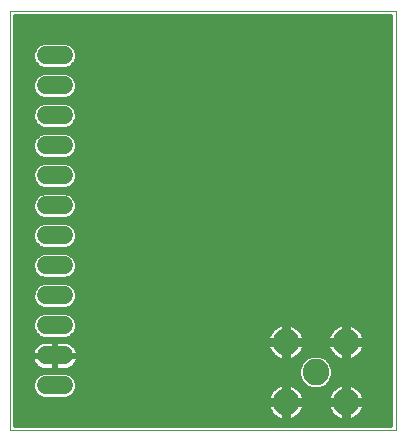
<source format=gbl>
G75*
G70*
%OFA0B0*%
%FSLAX24Y24*%
%IPPOS*%
%LPD*%
%AMOC8*
5,1,8,0,0,1.08239X$1,22.5*
%
%ADD10C,0.0000*%
%ADD11C,0.0886*%
%ADD12C,0.0600*%
%ADD13C,0.0160*%
D10*
X003000Y002008D02*
X003000Y016004D01*
X015870Y016004D01*
X015870Y002008D01*
X003000Y002008D01*
D11*
X012200Y002958D03*
X013200Y003958D03*
X012200Y004958D03*
X014200Y004958D03*
X014200Y002958D03*
D12*
X004800Y003508D02*
X004200Y003508D01*
X004200Y004508D02*
X004800Y004508D01*
X004800Y005508D02*
X004200Y005508D01*
X004200Y006508D02*
X004800Y006508D01*
X004800Y007508D02*
X004200Y007508D01*
X004200Y008508D02*
X004800Y008508D01*
X004800Y009508D02*
X004200Y009508D01*
X004200Y010508D02*
X004800Y010508D01*
X004800Y011508D02*
X004200Y011508D01*
X004200Y012508D02*
X004800Y012508D01*
X004800Y013508D02*
X004200Y013508D01*
X004200Y014508D02*
X004800Y014508D01*
D13*
X005127Y014212D02*
X015690Y014212D01*
X015690Y014054D02*
X003180Y014054D01*
X003180Y014212D02*
X003873Y014212D01*
X003827Y014258D02*
X003951Y014135D01*
X004112Y014068D01*
X004888Y014068D01*
X005049Y014135D01*
X005173Y014258D01*
X005240Y014420D01*
X005240Y014595D01*
X005173Y014757D01*
X005049Y014881D01*
X004888Y014948D01*
X004112Y014948D01*
X003951Y014881D01*
X003827Y014757D01*
X003760Y014595D01*
X003760Y014420D01*
X003827Y014258D01*
X003780Y014371D02*
X003180Y014371D01*
X003180Y014529D02*
X003760Y014529D01*
X003798Y014688D02*
X003180Y014688D01*
X003180Y014846D02*
X003916Y014846D01*
X003180Y015005D02*
X015690Y015005D01*
X015690Y015163D02*
X003180Y015163D01*
X003180Y015322D02*
X015690Y015322D01*
X015690Y015480D02*
X003180Y015480D01*
X003180Y015639D02*
X015690Y015639D01*
X015690Y015797D02*
X003180Y015797D01*
X003180Y015824D02*
X015690Y015824D01*
X015690Y002188D01*
X003180Y002188D01*
X003180Y015824D01*
X003951Y013881D02*
X004112Y013948D01*
X004888Y013948D01*
X005049Y013881D01*
X005173Y013757D01*
X005240Y013595D01*
X005240Y013420D01*
X005173Y013258D01*
X005049Y013135D01*
X004888Y013068D01*
X004112Y013068D01*
X003951Y013135D01*
X003827Y013258D01*
X003760Y013420D01*
X003760Y013595D01*
X003827Y013757D01*
X003951Y013881D01*
X003986Y013895D02*
X003180Y013895D01*
X003180Y013737D02*
X003819Y013737D01*
X003760Y013578D02*
X003180Y013578D01*
X003180Y013420D02*
X003760Y013420D01*
X003826Y013261D02*
X003180Y013261D01*
X003180Y013103D02*
X004028Y013103D01*
X004104Y012944D02*
X003180Y012944D01*
X003180Y012786D02*
X003856Y012786D01*
X003827Y012757D02*
X003760Y012595D01*
X003760Y012420D01*
X003827Y012258D01*
X003951Y012135D01*
X004112Y012068D01*
X004888Y012068D01*
X005049Y012135D01*
X005173Y012258D01*
X005240Y012420D01*
X005240Y012595D01*
X005173Y012757D01*
X005049Y012881D01*
X004888Y012948D01*
X004112Y012948D01*
X003951Y012881D01*
X003827Y012757D01*
X003773Y012627D02*
X003180Y012627D01*
X003180Y012469D02*
X003760Y012469D01*
X003806Y012310D02*
X003180Y012310D01*
X003180Y012152D02*
X003934Y012152D01*
X004112Y011948D02*
X003951Y011881D01*
X003827Y011757D01*
X003760Y011595D01*
X003760Y011420D01*
X003827Y011258D01*
X003951Y011135D01*
X004112Y011068D01*
X004888Y011068D01*
X005049Y011135D01*
X005173Y011258D01*
X005240Y011420D01*
X005240Y011595D01*
X005173Y011757D01*
X005049Y011881D01*
X004888Y011948D01*
X004112Y011948D01*
X003905Y011835D02*
X003180Y011835D01*
X003180Y011993D02*
X015690Y011993D01*
X015690Y011835D02*
X005095Y011835D01*
X005206Y011676D02*
X015690Y011676D01*
X015690Y011518D02*
X005240Y011518D01*
X005215Y011359D02*
X015690Y011359D01*
X015690Y011201D02*
X005115Y011201D01*
X005042Y010884D02*
X015690Y010884D01*
X015690Y011042D02*
X003180Y011042D01*
X003180Y010884D02*
X003958Y010884D01*
X003951Y010881D02*
X003827Y010757D01*
X003760Y010595D01*
X003760Y010420D01*
X003827Y010258D01*
X003951Y010135D01*
X004112Y010068D01*
X004888Y010068D01*
X005049Y010135D01*
X005173Y010258D01*
X005240Y010420D01*
X005240Y010595D01*
X005173Y010757D01*
X005049Y010881D01*
X004888Y010948D01*
X004112Y010948D01*
X003951Y010881D01*
X003814Y010725D02*
X003180Y010725D01*
X003180Y010567D02*
X003760Y010567D01*
X003765Y010408D02*
X003180Y010408D01*
X003180Y010250D02*
X003836Y010250D01*
X004056Y010091D02*
X003180Y010091D01*
X003180Y009933D02*
X004076Y009933D01*
X004112Y009948D02*
X003951Y009881D01*
X003827Y009757D01*
X003760Y009595D01*
X003760Y009420D01*
X003827Y009258D01*
X003951Y009135D01*
X004112Y009068D01*
X004888Y009068D01*
X005049Y009135D01*
X005173Y009258D01*
X005240Y009420D01*
X005240Y009595D01*
X005173Y009757D01*
X005049Y009881D01*
X004888Y009948D01*
X004112Y009948D01*
X003844Y009774D02*
X003180Y009774D01*
X003180Y009616D02*
X003768Y009616D01*
X003760Y009457D02*
X003180Y009457D01*
X003180Y009299D02*
X003810Y009299D01*
X003945Y009140D02*
X003180Y009140D01*
X003180Y008982D02*
X015690Y008982D01*
X015690Y009140D02*
X005055Y009140D01*
X005190Y009299D02*
X015690Y009299D01*
X015690Y009457D02*
X005240Y009457D01*
X005232Y009616D02*
X015690Y009616D01*
X015690Y009774D02*
X005156Y009774D01*
X004924Y009933D02*
X015690Y009933D01*
X015690Y010091D02*
X004944Y010091D01*
X005164Y010250D02*
X015690Y010250D01*
X015690Y010408D02*
X005235Y010408D01*
X005240Y010567D02*
X015690Y010567D01*
X015690Y010725D02*
X005186Y010725D01*
X003885Y011201D02*
X003180Y011201D01*
X003180Y011359D02*
X003785Y011359D01*
X003760Y011518D02*
X003180Y011518D01*
X003180Y011676D02*
X003794Y011676D01*
X004896Y012944D02*
X015690Y012944D01*
X015690Y012786D02*
X005144Y012786D01*
X005227Y012627D02*
X015690Y012627D01*
X015690Y012469D02*
X005240Y012469D01*
X005194Y012310D02*
X015690Y012310D01*
X015690Y012152D02*
X005066Y012152D01*
X004972Y013103D02*
X015690Y013103D01*
X015690Y013261D02*
X005174Y013261D01*
X005240Y013420D02*
X015690Y013420D01*
X015690Y013578D02*
X005240Y013578D01*
X005181Y013737D02*
X015690Y013737D01*
X015690Y013895D02*
X005014Y013895D01*
X005220Y014371D02*
X015690Y014371D01*
X015690Y014529D02*
X005240Y014529D01*
X005202Y014688D02*
X015690Y014688D01*
X015690Y014846D02*
X005084Y014846D01*
X004888Y008948D02*
X004112Y008948D01*
X003951Y008881D01*
X003827Y008757D01*
X003760Y008595D01*
X003760Y008420D01*
X003827Y008258D01*
X003951Y008135D01*
X004112Y008068D01*
X004888Y008068D01*
X005049Y008135D01*
X005173Y008258D01*
X005240Y008420D01*
X005240Y008595D01*
X005173Y008757D01*
X005049Y008881D01*
X004888Y008948D01*
X005107Y008823D02*
X015690Y008823D01*
X015690Y008665D02*
X005211Y008665D01*
X005240Y008506D02*
X015690Y008506D01*
X015690Y008348D02*
X005210Y008348D01*
X005104Y008189D02*
X015690Y008189D01*
X015690Y008031D02*
X003180Y008031D01*
X003180Y008189D02*
X003896Y008189D01*
X003790Y008348D02*
X003180Y008348D01*
X003180Y008506D02*
X003760Y008506D01*
X003789Y008665D02*
X003180Y008665D01*
X003180Y008823D02*
X003893Y008823D01*
X004112Y007948D02*
X003951Y007881D01*
X003827Y007757D01*
X003760Y007595D01*
X003760Y007420D01*
X003827Y007258D01*
X003951Y007135D01*
X004112Y007068D01*
X004888Y007068D01*
X005049Y007135D01*
X005173Y007258D01*
X005240Y007420D01*
X005240Y007595D01*
X005173Y007757D01*
X005049Y007881D01*
X004888Y007948D01*
X004112Y007948D01*
X003942Y007872D02*
X003180Y007872D01*
X003180Y007714D02*
X003809Y007714D01*
X003760Y007555D02*
X003180Y007555D01*
X003180Y007397D02*
X003770Y007397D01*
X003847Y007238D02*
X003180Y007238D01*
X003180Y007080D02*
X004083Y007080D01*
X004112Y006948D02*
X003951Y006881D01*
X003827Y006757D01*
X003760Y006595D01*
X003760Y006420D01*
X003827Y006258D01*
X003951Y006135D01*
X004112Y006068D01*
X004888Y006068D01*
X005049Y006135D01*
X005173Y006258D01*
X005240Y006420D01*
X005240Y006595D01*
X005173Y006757D01*
X005049Y006881D01*
X004888Y006948D01*
X004112Y006948D01*
X004049Y006921D02*
X003180Y006921D01*
X003180Y006763D02*
X003833Y006763D01*
X003764Y006604D02*
X003180Y006604D01*
X003180Y006446D02*
X003760Y006446D01*
X003815Y006287D02*
X003180Y006287D01*
X003180Y006129D02*
X003965Y006129D01*
X004112Y005948D02*
X003951Y005881D01*
X003827Y005757D01*
X003760Y005595D01*
X003760Y005420D01*
X003827Y005258D01*
X003951Y005135D01*
X004112Y005068D01*
X004888Y005068D01*
X005049Y005135D01*
X005173Y005258D01*
X005240Y005420D01*
X005240Y005595D01*
X005173Y005757D01*
X005049Y005881D01*
X004888Y005948D01*
X004112Y005948D01*
X003882Y005812D02*
X003180Y005812D01*
X003180Y005970D02*
X015690Y005970D01*
X015690Y005812D02*
X005118Y005812D01*
X005216Y005653D02*
X015690Y005653D01*
X015690Y005495D02*
X014518Y005495D01*
X014526Y005490D02*
X014439Y005535D01*
X014346Y005565D01*
X014268Y005577D01*
X014268Y005025D01*
X014820Y005025D01*
X014808Y005103D01*
X014777Y005197D01*
X014733Y005284D01*
X014675Y005363D01*
X014606Y005433D01*
X014526Y005490D01*
X014695Y005336D02*
X015690Y005336D01*
X015690Y005178D02*
X014783Y005178D01*
X014820Y004890D02*
X014268Y004890D01*
X014268Y005025D01*
X014132Y005025D01*
X014132Y004890D01*
X013580Y004890D01*
X013592Y004812D01*
X013623Y004718D01*
X013667Y004631D01*
X013725Y004552D01*
X013794Y004482D01*
X013874Y004425D01*
X013961Y004380D01*
X014054Y004350D01*
X014132Y004338D01*
X014132Y004890D01*
X014268Y004890D01*
X014268Y004338D01*
X014346Y004350D01*
X014439Y004380D01*
X014526Y004425D01*
X014606Y004482D01*
X014675Y004552D01*
X014733Y004631D01*
X014777Y004718D01*
X014808Y004812D01*
X014820Y004890D01*
X014815Y004861D02*
X015690Y004861D01*
X015690Y005019D02*
X014268Y005019D01*
X014132Y005019D02*
X012268Y005019D01*
X012268Y005025D02*
X012820Y005025D01*
X012808Y005103D01*
X012777Y005197D01*
X012733Y005284D01*
X012675Y005363D01*
X012606Y005433D01*
X012526Y005490D01*
X012439Y005535D01*
X012346Y005565D01*
X012268Y005577D01*
X012268Y005025D01*
X012268Y004890D01*
X012820Y004890D01*
X012808Y004812D01*
X012777Y004718D01*
X012733Y004631D01*
X012675Y004552D01*
X012606Y004482D01*
X012526Y004425D01*
X012439Y004380D01*
X012346Y004350D01*
X012268Y004338D01*
X012268Y004890D01*
X012132Y004890D01*
X011580Y004890D01*
X011592Y004812D01*
X011623Y004718D01*
X011667Y004631D01*
X011725Y004552D01*
X011794Y004482D01*
X011874Y004425D01*
X011961Y004380D01*
X012054Y004350D01*
X012132Y004338D01*
X012132Y004890D01*
X012132Y005025D01*
X011580Y005025D01*
X011592Y005103D01*
X011623Y005197D01*
X011667Y005284D01*
X011725Y005363D01*
X011794Y005433D01*
X011874Y005490D01*
X011961Y005535D01*
X012054Y005565D01*
X012132Y005577D01*
X012132Y005025D01*
X012268Y005025D01*
X012132Y005019D02*
X003180Y005019D01*
X003180Y004861D02*
X003874Y004861D01*
X003887Y004874D02*
X003834Y004820D01*
X003789Y004759D01*
X003755Y004692D01*
X003732Y004620D01*
X003720Y004545D01*
X003720Y004528D01*
X004480Y004528D01*
X004480Y004988D01*
X004162Y004988D01*
X004088Y004976D01*
X004016Y004952D01*
X003948Y004918D01*
X003887Y004874D01*
X003760Y004702D02*
X003180Y004702D01*
X003180Y004544D02*
X003720Y004544D01*
X003720Y004488D02*
X003720Y004470D01*
X003732Y004395D01*
X003755Y004323D01*
X003789Y004256D01*
X003834Y004195D01*
X003887Y004141D01*
X003948Y004097D01*
X004016Y004063D01*
X004088Y004039D01*
X004162Y004028D01*
X004480Y004028D01*
X004480Y004488D01*
X003720Y004488D01*
X003735Y004385D02*
X003180Y004385D01*
X003180Y004227D02*
X003811Y004227D01*
X004005Y004068D02*
X003180Y004068D01*
X003180Y003910D02*
X004021Y003910D01*
X003951Y003881D02*
X003827Y003757D01*
X003760Y003595D01*
X003760Y003420D01*
X003827Y003258D01*
X003951Y003135D01*
X004112Y003068D01*
X004888Y003068D01*
X005049Y003135D01*
X005173Y003258D01*
X005240Y003420D01*
X005240Y003595D01*
X005173Y003757D01*
X005049Y003881D01*
X004888Y003948D01*
X004112Y003948D01*
X003951Y003881D01*
X003825Y003751D02*
X003180Y003751D01*
X003180Y003593D02*
X003760Y003593D01*
X003760Y003434D02*
X003180Y003434D01*
X003180Y003276D02*
X003820Y003276D01*
X003993Y003117D02*
X003180Y003117D01*
X003180Y002959D02*
X012132Y002959D01*
X012132Y003025D02*
X012132Y002890D01*
X011580Y002890D01*
X011592Y002812D01*
X011623Y002718D01*
X011667Y002631D01*
X011725Y002552D01*
X011794Y002482D01*
X011874Y002425D01*
X011961Y002380D01*
X012054Y002350D01*
X012132Y002338D01*
X012132Y002890D01*
X012268Y002890D01*
X012268Y003025D01*
X012820Y003025D01*
X012808Y003103D01*
X012777Y003197D01*
X012733Y003284D01*
X012675Y003363D01*
X012606Y003433D01*
X012526Y003490D01*
X012439Y003535D01*
X012346Y003565D01*
X012268Y003577D01*
X012268Y003025D01*
X012132Y003025D01*
X011580Y003025D01*
X011592Y003103D01*
X011623Y003197D01*
X011667Y003284D01*
X011725Y003363D01*
X011794Y003433D01*
X011874Y003490D01*
X011961Y003535D01*
X012054Y003565D01*
X012132Y003577D01*
X012132Y003025D01*
X012132Y003117D02*
X012268Y003117D01*
X012268Y002959D02*
X014132Y002959D01*
X014132Y003025D02*
X014132Y002890D01*
X013580Y002890D01*
X013592Y002812D01*
X013623Y002718D01*
X013667Y002631D01*
X013725Y002552D01*
X013794Y002482D01*
X013874Y002425D01*
X013961Y002380D01*
X014054Y002350D01*
X014132Y002338D01*
X014132Y002890D01*
X014268Y002890D01*
X014268Y003025D01*
X014820Y003025D01*
X014808Y003103D01*
X014777Y003197D01*
X014733Y003284D01*
X014675Y003363D01*
X014606Y003433D01*
X014526Y003490D01*
X014439Y003535D01*
X014346Y003565D01*
X014268Y003577D01*
X014268Y003025D01*
X014132Y003025D01*
X013580Y003025D01*
X013592Y003103D01*
X013623Y003197D01*
X013667Y003284D01*
X013725Y003363D01*
X013794Y003433D01*
X013874Y003490D01*
X013961Y003535D01*
X014054Y003565D01*
X014132Y003577D01*
X014132Y003025D01*
X014132Y003117D02*
X014268Y003117D01*
X014268Y002959D02*
X015690Y002959D01*
X015690Y003117D02*
X014803Y003117D01*
X014737Y003276D02*
X015690Y003276D01*
X015690Y003434D02*
X014604Y003434D01*
X014268Y003434D02*
X014132Y003434D01*
X014132Y003276D02*
X014268Y003276D01*
X014268Y002890D02*
X014820Y002890D01*
X014808Y002812D01*
X014777Y002718D01*
X014733Y002631D01*
X014675Y002552D01*
X014606Y002482D01*
X014526Y002425D01*
X014439Y002380D01*
X014346Y002350D01*
X014268Y002338D01*
X014268Y002890D01*
X014268Y002800D02*
X014132Y002800D01*
X014132Y002642D02*
X014268Y002642D01*
X014268Y002483D02*
X014132Y002483D01*
X013794Y002483D02*
X012606Y002483D01*
X012606Y002482D02*
X012675Y002552D01*
X012733Y002631D01*
X012777Y002718D01*
X012808Y002812D01*
X012820Y002890D01*
X012268Y002890D01*
X012268Y002338D01*
X012346Y002350D01*
X012439Y002380D01*
X012526Y002425D01*
X012606Y002482D01*
X012738Y002642D02*
X013662Y002642D01*
X013596Y002800D02*
X012804Y002800D01*
X012803Y003117D02*
X013597Y003117D01*
X013663Y003276D02*
X012737Y003276D01*
X012604Y003434D02*
X012941Y003434D01*
X012870Y003463D02*
X013084Y003375D01*
X013316Y003375D01*
X013530Y003463D01*
X013694Y003627D01*
X013783Y003842D01*
X013783Y004073D01*
X013694Y004288D01*
X013530Y004452D01*
X013316Y004540D01*
X013084Y004540D01*
X012870Y004452D01*
X012706Y004288D01*
X012617Y004073D01*
X012617Y003842D01*
X012706Y003627D01*
X012870Y003463D01*
X012741Y003593D02*
X005240Y003593D01*
X005240Y003434D02*
X011796Y003434D01*
X011663Y003276D02*
X005180Y003276D01*
X005007Y003117D02*
X011597Y003117D01*
X011596Y002800D02*
X003180Y002800D01*
X003180Y002642D02*
X011662Y002642D01*
X011794Y002483D02*
X003180Y002483D01*
X003180Y002325D02*
X015690Y002325D01*
X015690Y002483D02*
X014606Y002483D01*
X014738Y002642D02*
X015690Y002642D01*
X015690Y002800D02*
X014804Y002800D01*
X015690Y003593D02*
X013659Y003593D01*
X013745Y003751D02*
X015690Y003751D01*
X015690Y003910D02*
X013783Y003910D01*
X013783Y004068D02*
X015690Y004068D01*
X015690Y004227D02*
X013720Y004227D01*
X013597Y004385D02*
X013952Y004385D01*
X014132Y004385D02*
X014268Y004385D01*
X014268Y004544D02*
X014132Y004544D01*
X014132Y004702D02*
X014268Y004702D01*
X014268Y004861D02*
X014132Y004861D01*
X014132Y005025D02*
X013580Y005025D01*
X013592Y005103D01*
X013623Y005197D01*
X013667Y005284D01*
X013725Y005363D01*
X013794Y005433D01*
X013874Y005490D01*
X013961Y005535D01*
X014054Y005565D01*
X014132Y005577D01*
X014132Y005025D01*
X014132Y005178D02*
X014268Y005178D01*
X014268Y005336D02*
X014132Y005336D01*
X014132Y005495D02*
X014268Y005495D01*
X013882Y005495D02*
X012518Y005495D01*
X012695Y005336D02*
X013705Y005336D01*
X013617Y005178D02*
X012783Y005178D01*
X012815Y004861D02*
X013585Y004861D01*
X013631Y004702D02*
X012769Y004702D01*
X012667Y004544D02*
X013733Y004544D01*
X014448Y004385D02*
X015690Y004385D01*
X015690Y004544D02*
X014667Y004544D01*
X014769Y004702D02*
X015690Y004702D01*
X015690Y006129D02*
X005035Y006129D01*
X005185Y006287D02*
X015690Y006287D01*
X015690Y006446D02*
X005240Y006446D01*
X005236Y006604D02*
X015690Y006604D01*
X015690Y006763D02*
X005167Y006763D01*
X004951Y006921D02*
X015690Y006921D01*
X015690Y007080D02*
X004917Y007080D01*
X005153Y007238D02*
X015690Y007238D01*
X015690Y007397D02*
X005230Y007397D01*
X005240Y007555D02*
X015690Y007555D01*
X015690Y007714D02*
X005191Y007714D01*
X005058Y007872D02*
X015690Y007872D01*
X012268Y005495D02*
X012132Y005495D01*
X012132Y005336D02*
X012268Y005336D01*
X012268Y005178D02*
X012132Y005178D01*
X012132Y004861D02*
X012268Y004861D01*
X012268Y004702D02*
X012132Y004702D01*
X012132Y004544D02*
X012268Y004544D01*
X012268Y004385D02*
X012132Y004385D01*
X011952Y004385D02*
X005265Y004385D01*
X005268Y004395D02*
X005280Y004470D01*
X005280Y004488D01*
X004520Y004488D01*
X004520Y004528D01*
X004480Y004528D01*
X004480Y004488D01*
X004520Y004488D01*
X004520Y004028D01*
X004838Y004028D01*
X004912Y004039D01*
X004984Y004063D01*
X005052Y004097D01*
X005113Y004141D01*
X005166Y004195D01*
X005211Y004256D01*
X005245Y004323D01*
X005268Y004395D01*
X005280Y004528D02*
X005280Y004545D01*
X005268Y004620D01*
X005245Y004692D01*
X005211Y004759D01*
X005166Y004820D01*
X005113Y004874D01*
X005052Y004918D01*
X004984Y004952D01*
X004912Y004976D01*
X004838Y004988D01*
X004520Y004988D01*
X004520Y004528D01*
X005280Y004528D01*
X005280Y004544D02*
X011733Y004544D01*
X011631Y004702D02*
X005240Y004702D01*
X005126Y004861D02*
X011585Y004861D01*
X011617Y005178D02*
X005092Y005178D01*
X005205Y005336D02*
X011705Y005336D01*
X011882Y005495D02*
X005240Y005495D01*
X004520Y004861D02*
X004480Y004861D01*
X004480Y004702D02*
X004520Y004702D01*
X004520Y004544D02*
X004480Y004544D01*
X004480Y004385D02*
X004520Y004385D01*
X004520Y004227D02*
X004480Y004227D01*
X004480Y004068D02*
X004520Y004068D01*
X004995Y004068D02*
X012617Y004068D01*
X012617Y003910D02*
X004979Y003910D01*
X005175Y003751D02*
X012655Y003751D01*
X012680Y004227D02*
X005189Y004227D01*
X003908Y005178D02*
X003180Y005178D01*
X003180Y005336D02*
X003795Y005336D01*
X003760Y005495D02*
X003180Y005495D01*
X003180Y005653D02*
X003784Y005653D01*
X012132Y003434D02*
X012268Y003434D01*
X012268Y003276D02*
X012132Y003276D01*
X012132Y002800D02*
X012268Y002800D01*
X012268Y002642D02*
X012132Y002642D01*
X012132Y002483D02*
X012268Y002483D01*
X013459Y003434D02*
X013796Y003434D01*
X012803Y004385D02*
X012448Y004385D01*
M02*

</source>
